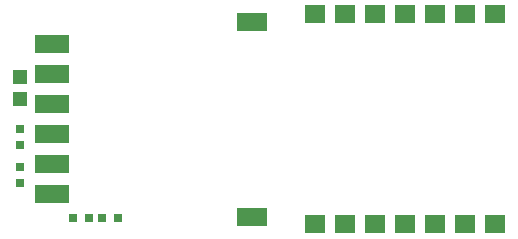
<source format=gtp>
G04*
G04 #@! TF.GenerationSoftware,Altium Limited,CircuitStudio,1.5.2 (30)*
G04*
G04 Layer_Color=7318015*
%FSLAX25Y25*%
%MOIN*%
G70*
G01*
G75*
%ADD10R,0.03000X0.03000*%
%ADD11R,0.05000X0.04500*%
%ADD12R,0.11811X0.05906*%
%ADD13R,0.07000X0.06000*%
%ADD14R,0.09843X0.05906*%
%ADD15R,0.03000X0.03000*%
D10*
X-24700Y-33000D02*
D03*
X-19300D02*
D03*
X-28800D02*
D03*
X-34200D02*
D03*
D11*
X-52000Y6760D02*
D03*
Y14240D02*
D03*
D12*
X-41339Y25000D02*
D03*
Y15000D02*
D03*
Y5000D02*
D03*
Y-5000D02*
D03*
Y-15000D02*
D03*
Y-25000D02*
D03*
D13*
X106500Y-35000D02*
D03*
Y35000D02*
D03*
X96500D02*
D03*
X86500D02*
D03*
X76500D02*
D03*
X66500D02*
D03*
X56500D02*
D03*
X46500D02*
D03*
Y-35000D02*
D03*
X56500D02*
D03*
X66500D02*
D03*
X76500D02*
D03*
X86500D02*
D03*
X96500D02*
D03*
D14*
X25500Y-32500D02*
D03*
Y32500D02*
D03*
D15*
X-52000Y-15800D02*
D03*
Y-21200D02*
D03*
Y-8700D02*
D03*
Y-3300D02*
D03*
M02*

</source>
